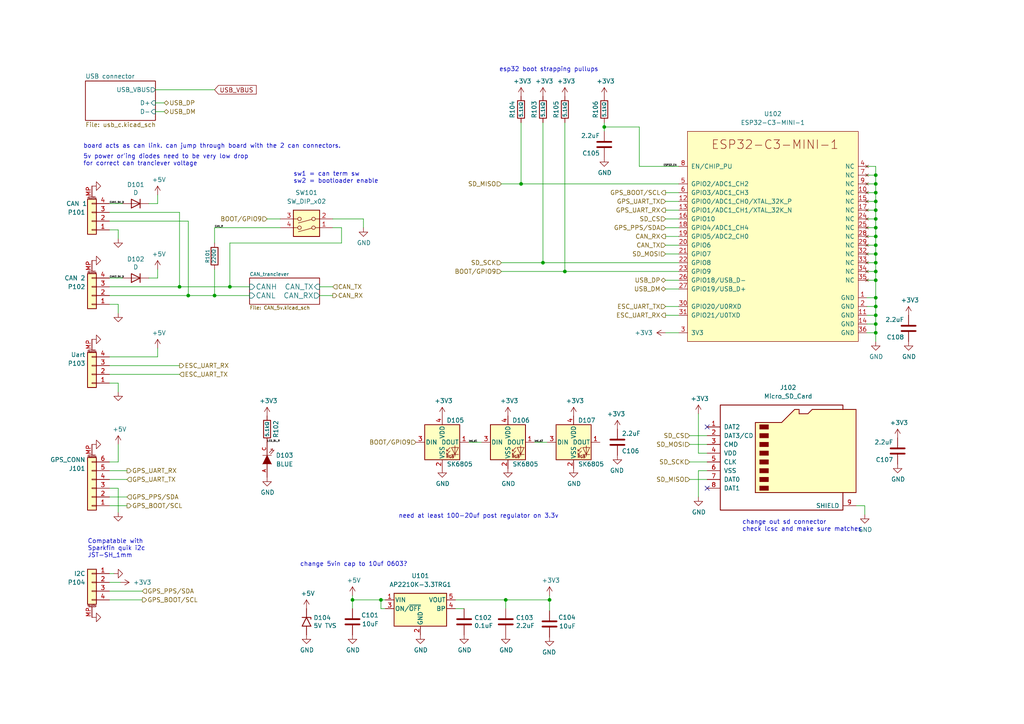
<source format=kicad_sch>
(kicad_sch (version 20230121) (generator eeschema)
  (paper "A4")
  (lib_symbols
    (symbol "24_control_board-rescue:+3.3V-power-MoxiE_Control_board-rescue" (power) (pin_names (offset 0))
      (property "Value" "+3.3V-power-MoxiE_Control_board-rescue" (at 0 3.556 0))
      (symbol "+3.3V-power-MoxiE_Control_board-rescue_0_1"
        (polyline (pts (xy -0.762 1.27) (xy 0 2.54)))
        (polyline (pts (xy 0 0) (xy 0 2.54)))
        (polyline (pts (xy 0 2.54) (xy 0.762 1.27)))
      )
      (symbol "+3.3V-power-MoxiE_Control_board-rescue_1_1"
        (pin power_in line (at 0 0 90) (length 0) hide (name "+3V3") (number "1"))
      )
    )
    (symbol "24_control_board-rescue:C-Device-MoxiE_Control_board-rescue" (pin_numbers hide) (pin_names (offset 0.254))
      (property "Reference" "C" (at 0.635 2.54 0))
      (property "Value" "C-Device-MoxiE_Control_board-rescue" (at 0.635 -2.54 0))
      (symbol "C-Device-MoxiE_Control_board-rescue_0_1"
        (polyline (pts (xy -2.032 -0.762) (xy 2.032 -0.762)) (stroke (width 0.508)))
        (polyline (pts (xy -2.032 0.762) (xy 2.032 0.762)) (stroke (width 0.508)))
      )
      (symbol "C-Device-MoxiE_Control_board-rescue_1_1"
        (pin passive line (at 0 3.81 270) (length 2.794) (name "~") (number "1"))
        (pin passive line (at 0 -3.81 90) (length 2.794) (name "~") (number "2"))
      )
    )
    (symbol "24_control_board-rescue:GND-power-MoxiE_Control_board-rescue" (power) (pin_names (offset 0))
      (property "Value" "GND-power-MoxiE_Control_board-rescue" (at 0 -3.81 0))
      (symbol "GND-power-MoxiE_Control_board-rescue_0_1"
        (polyline (pts (xy 0 0) (xy 0 -1.27) (xy 1.27 -1.27) (xy 0 -2.54) (xy -1.27 -1.27) (xy 0 -1.27)))
      )
      (symbol "GND-power-MoxiE_Control_board-rescue_1_1"
        (pin power_in line (at 0 0 270) (length 0) hide (name "GND") (number "1"))
      )
    )
    (symbol "24_control_board-rescue:R-Device-MoxiE_Control_board-rescue" (pin_numbers hide) (pin_names (offset 0))
      (property "Reference" "R" (at 2.032 0 90))
      (property "Value" "R-Device-MoxiE_Control_board-rescue" (at 0 0 90))
      (symbol "R-Device-MoxiE_Control_board-rescue_0_1"
        (rectangle (start -1.016 -2.54) (end 1.016 2.54) (stroke (width 0.254)))
      )
      (symbol "R-Device-MoxiE_Control_board-rescue_1_1"
        (pin passive line (at 0 3.81 270) (length 1.27) (name "~") (number "1"))
        (pin passive line (at 0 -3.81 90) (length 1.27) (name "~") (number "2"))
      )
    )
    (symbol "24_control_board-rescue:pkl_LED-pkl_device" (pin_names hide)
      (property "Reference" "D" (at 0 2.54 0))
      (property "Value" "pkl_LED-pkl_device" (at 0 -2.54 0))
      (symbol "pkl_LED-pkl_device_0_1"
        (polyline (pts (xy 1.27 1.27) (xy 1.27 -1.27)))
        (polyline (pts (xy -1.27 1.27) (xy 1.27 0) (xy -1.27 -1.27)) (fill (type outline)))
        (polyline (pts (xy 1.651 -1.016) (xy 2.794 -2.032) (xy 2.667 -1.397)))
        (polyline (pts (xy 2.032 -0.635) (xy 3.175 -1.651) (xy 3.048 -1.016)))
      )
      (symbol "pkl_LED-pkl_device_1_1"
        (pin passive line (at -5.08 0 0) (length 3.81) (name "A") (number "A"))
        (pin passive line (at 5.08 0 180) (length 3.81) (name "C") (number "C"))
      )
    )
    (symbol "Connector:Micro_SD_Card" (pin_names (offset 1.016))
      (property "Reference" "J" (at -16.51 15.24 0))
      (property "Value" "Micro_SD_Card" (at 16.51 15.24 0))
      (symbol "Micro_SD_Card_0_1"
        (rectangle (start -7.62 -9.525) (end -5.08 -10.795) (fill (type outline)))
        (rectangle (start -7.62 -6.985) (end -5.08 -8.255) (fill (type outline)))
        (rectangle (start -7.62 -4.445) (end -5.08 -5.715) (fill (type outline)))
        (rectangle (start -7.62 -1.905) (end -5.08 -3.175) (fill (type outline)))
        (rectangle (start -7.62 0.635) (end -5.08 -0.635) (fill (type outline)))
        (rectangle (start -7.62 3.175) (end -5.08 1.905) (fill (type outline)))
        (rectangle (start -7.62 5.715) (end -5.08 4.445) (fill (type outline)))
        (rectangle (start -7.62 8.255) (end -5.08 6.985) (fill (type outline)))
        (polyline (pts (xy 16.51 12.7) (xy 16.51 13.97) (xy -19.05 13.97) (xy -19.05 -16.51) (xy 16.51 -16.51) (xy 16.51 -11.43)) (stroke (width 0.254)))
        (polyline (pts (xy -8.89 -11.43) (xy -8.89 8.89) (xy -1.27 8.89) (xy 2.54 12.7) (xy 3.81 12.7) (xy 3.81 11.43) (xy 6.35 11.43) (xy 7.62 12.7) (xy 20.32 12.7) (xy 20.32 -11.43) (xy -8.89 -11.43)) (stroke (width 0.254)) (fill (type background)))
      )
      (symbol "Micro_SD_Card_1_1"
        (pin bidirectional line (at -22.86 7.62 0) (length 3.81) (name "DAT2") (number "1"))
        (pin bidirectional line (at -22.86 5.08 0) (length 3.81) (name "DAT3/CD") (number "2"))
        (pin input line (at -22.86 2.54 0) (length 3.81) (name "CMD") (number "3"))
        (pin power_in line (at -22.86 0 0) (length 3.81) (name "VDD") (number "4"))
        (pin input line (at -22.86 -2.54 0) (length 3.81) (name "CLK") (number "5"))
        (pin power_in line (at -22.86 -5.08 0) (length 3.81) (name "VSS") (number "6"))
        (pin bidirectional line (at -22.86 -7.62 0) (length 3.81) (name "DAT0") (number "7"))
        (pin bidirectional line (at -22.86 -10.16 0) (length 3.81) (name "DAT1") (number "8"))
        (pin passive line (at 20.32 -15.24 180) (length 3.81) (name "SHIELD") (number "9"))
      )
    )
    (symbol "Connector_Generic_MountingPin:Conn_01x04_MountingPin" (pin_names (offset 1.016) hide)
      (property "Reference" "J" (at 0 5.08 0))
      (property "Value" "Conn_01x04_MountingPin" (at 1.27 -7.62 0))
      (symbol "Conn_01x04_MountingPin_1_1"
        (rectangle (start -1.27 -4.953) (end 0 -5.207) (stroke (width 0.1524)))
        (rectangle (start -1.27 -2.413) (end 0 -2.667) (stroke (width 0.1524)))
        (rectangle (start -1.27 0.127) (end 0 -0.127) (stroke (width 0.1524)))
        (rectangle (start -1.27 2.667) (end 0 2.413) (stroke (width 0.1524)))
        (rectangle (start -1.27 3.81) (end 1.27 -6.35) (stroke (width 0.254)) (fill (type background)))
        (polyline (pts (xy -1.016 -7.112) (xy 1.016 -7.112)) (stroke (width 0.1524)))
        (text "Mounting" (at 0 -6.731 0) (effects (font (size 0.381 0.381))))
        (pin passive line (at -5.08 2.54 0) (length 3.81) (name "Pin_1") (number "1"))
        (pin passive line (at -5.08 0 0) (length 3.81) (name "Pin_2") (number "2"))
        (pin passive line (at -5.08 -2.54 0) (length 3.81) (name "Pin_3") (number "3"))
        (pin passive line (at -5.08 -5.08 0) (length 3.81) (name "Pin_4") (number "4"))
        (pin passive line (at 0 -10.16 90) (length 3.048) (name "MountPin") (number "MP"))
      )
    )
    (symbol "Connector_Generic_MountingPin:Conn_01x06_MountingPin" (pin_names (offset 1.016) hide)
      (property "Reference" "J" (at 0 7.62 0))
      (property "Value" "Conn_01x06_MountingPin" (at 1.27 -10.16 0))
      (symbol "Conn_01x06_MountingPin_1_1"
        (rectangle (start -1.27 -7.493) (end 0 -7.747) (stroke (width 0.1524)))
        (rectangle (start -1.27 -4.953) (end 0 -5.207) (stroke (width 0.1524)))
        (rectangle (start -1.27 -2.413) (end 0 -2.667) (stroke (width 0.1524)))
        (rectangle (start -1.27 0.127) (end 0 -0.127) (stroke (width 0.1524)))
        (rectangle (start -1.27 2.667) (end 0 2.413) (stroke (width 0.1524)))
        (rectangle (start -1.27 5.207) (end 0 4.953) (stroke (width 0.1524)))
        (rectangle (start -1.27 6.35) (end 1.27 -8.89) (stroke (width 0.254)) (fill (type background)))
        (polyline (pts (xy -1.016 -9.652) (xy 1.016 -9.652)) (stroke (width 0.1524)))
        (text "Mounting" (at 0 -9.271 0) (effects (font (size 0.381 0.381))))
        (pin passive line (at -5.08 5.08 0) (length 3.81) (name "Pin_1") (number "1"))
        (pin passive line (at -5.08 2.54 0) (length 3.81) (name "Pin_2") (number "2"))
        (pin passive line (at -5.08 0 0) (length 3.81) (name "Pin_3") (number "3"))
        (pin passive line (at -5.08 -2.54 0) (length 3.81) (name "Pin_4") (number "4"))
        (pin passive line (at -5.08 -5.08 0) (length 3.81) (name "Pin_5") (number "5"))
        (pin passive line (at -5.08 -7.62 0) (length 3.81) (name "Pin_6") (number "6"))
        (pin passive line (at 0 -12.7 90) (length 3.048) (name "MountPin") (number "MP"))
      )
    )
    (symbol "Device:C" (pin_numbers hide) (pin_names (offset 0.254))
      (property "Reference" "C" (at 0.635 2.54 0))
      (property "Value" "C" (at 0.635 -2.54 0))
      (symbol "C_0_1"
        (polyline (pts (xy -2.032 -0.762) (xy 2.032 -0.762)) (stroke (width 0.508)))
        (polyline (pts (xy -2.032 0.762) (xy 2.032 0.762)) (stroke (width 0.508)))
      )
      (symbol "C_1_1"
        (pin passive line (at 0 3.81 270) (length 2.794) (name "~") (number "1"))
        (pin passive line (at 0 -3.81 90) (length 2.794) (name "~") (number "2"))
      )
    )
    (symbol "Device:D" (pin_numbers hide) (pin_names hide)
      (property "Reference" "D" (at 0 2.54 0))
      (property "Value" "D" (at 0 -2.54 0))
      (symbol "D_0_1"
        (polyline (pts (xy -1.27 1.27) (xy -1.27 -1.27)) (stroke (width 0.254)))
        (polyline (pts (xy 1.27 0) (xy -1.27 0)))
        (polyline (pts (xy 1.27 1.27) (xy 1.27 -1.27) (xy -1.27 0) (xy 1.27 1.27)) (stroke (width 0.254)))
      )
      (symbol "D_1_1"
        (pin passive line (at -3.81 0 0) (length 2.54) (name "K") (number "1"))
        (pin passive line (at 3.81 0 180) (length 2.54) (name "A") (number "2"))
      )
    )
    (symbol "Diode:1.5KExxA" (pin_numbers hide) (pin_names hide)
      (property "Reference" "D" (at 0 2.54 0))
      (property "Value" "1.5KExxA" (at 0 -2.54 0))
      (symbol "1.5KExxA_0_1"
        (polyline (pts (xy -0.762 1.27) (xy -1.27 1.27) (xy -1.27 -1.27)) (stroke (width 0.254)))
        (polyline (pts (xy 1.27 1.27) (xy 1.27 -1.27) (xy -1.27 0) (xy 1.27 1.27)) (stroke (width 0.254)))
      )
      (symbol "1.5KExxA_1_1"
        (pin passive line (at -3.81 0 0) (length 2.54) (name "A1") (number "1"))
        (pin passive line (at 3.81 0 180) (length 2.54) (name "A2") (number "2"))
      )
    )
    (symbol "Espressif:ESP32-C3-MINI-1" (pin_names (offset 1.016))
      (property "Reference" "U" (at 0 33.02 0))
      (property "Value" "ESP32-C3-MINI-1" (at 0 -30.48 0))
      (symbol "ESP32-C3-MINI-1_0_0"
        (text "ESP32-C3-MINI-1" (at 1.27 27.94 0) (effects (font (size 2.54 2.54))))
      )
      (symbol "ESP32-C3-MINI-1_0_1"
        (rectangle (start -24.13 31.75) (end 25.4 -29.21) (fill (type background)))
      )
      (symbol "ESP32-C3-MINI-1_1_1"
        (pin power_in line (at 27.94 -16.51 180) (length 2.54) (name "GND") (number "1"))
        (pin no_connect line (at 27.94 13.97 180) (length 2.54) (name "NC") (number "10"))
        (pin power_in line (at 27.94 -21.59 180) (length 2.54) (name "GND") (number "11"))
        (pin bidirectional line (at -26.67 11.43 0) (length 2.54) (name "GPIO0/ADC1_CH0/XTAL_32K_P") (number "12"))
        (pin bidirectional line (at -26.67 8.89 0) (length 2.54) (name "GPIO1/ADC1_CH1/XTAL_32K_N") (number "13"))
        (pin power_in line (at 27.94 -24.13 180) (length 2.54) (name "GND") (number "14"))
        (pin no_connect line (at 27.94 11.43 180) (length 2.54) (name "NC") (number "15"))
        (pin bidirectional line (at -26.67 6.35 0) (length 2.54) (name "GPIO10") (number "16"))
        (pin no_connect line (at 27.94 8.89 180) (length 2.54) (name "NC") (number "17"))
        (pin bidirectional line (at -26.67 3.81 0) (length 2.54) (name "GPIO4/ADC1_CH4") (number "18"))
        (pin bidirectional line (at -26.67 1.27 0) (length 2.54) (name "GPIO5/ADC2_CH0") (number "19"))
        (pin power_in line (at 27.94 -19.05 180) (length 2.54) (name "GND") (number "2"))
        (pin bidirectional line (at -26.67 -1.27 0) (length 2.54) (name "GPIO6") (number "20"))
        (pin bidirectional line (at -26.67 -3.81 0) (length 2.54) (name "GPIO7") (number "21"))
        (pin bidirectional line (at -26.67 -6.35 0) (length 2.54) (name "GPIO8") (number "22"))
        (pin bidirectional line (at -26.67 -8.89 0) (length 2.54) (name "GPIO9") (number "23"))
        (pin no_connect line (at 27.94 6.35 180) (length 2.54) (name "NC") (number "24"))
        (pin no_connect line (at 27.94 3.81 180) (length 2.54) (name "NC") (number "25"))
        (pin bidirectional line (at -26.67 -11.43 0) (length 2.54) (name "GPIO18/USB_D-") (number "26"))
        (pin bidirectional line (at -26.67 -13.97 0) (length 2.54) (name "GPIO19/USB_D+") (number "27"))
        (pin no_connect line (at 27.94 1.27 180) (length 2.54) (name "NC") (number "28"))
        (pin no_connect line (at 27.94 -1.27 180) (length 2.54) (name "NC") (number "29"))
        (pin power_in line (at -26.67 -26.67 0) (length 2.54) (name "3V3") (number "3"))
        (pin bidirectional line (at -26.67 -19.05 0) (length 2.54) (name "GPIO20/U0RXD") (number "30"))
        (pin bidirectional line (at -26.67 -21.59 0) (length 2.54) (name "GPIO21/U0TXD") (number "31"))
        (pin no_connect line (at 27.94 -3.81 180) (length 2.54) (name "NC") (number "32"))
        (pin no_connect line (at 27.94 -6.35 180) (length 2.54) (name "NC") (number "33"))
        (pin no_connect line (at 27.94 -8.89 180) (length 2.54) (name "NC") (number "34"))
        (pin no_connect line (at 27.94 -11.43 180) (length 2.54) (name "NC") (number "35"))
        (pin power_in line (at 27.94 -26.67 180) (length 2.54) (name "GND") (number "36"))
        (pin no_connect line (at 27.94 21.59 180) (length 2.54) (name "NC") (number "4"))
        (pin bidirectional line (at -26.67 16.51 0) (length 2.54) (name "GPIO2/ADC1_CH2") (number "5"))
        (pin bidirectional line (at -26.67 13.97 0) (length 2.54) (name "GPIO3/ADC1_CH3") (number "6"))
        (pin no_connect line (at 27.94 19.05 180) (length 2.54) (name "NC") (number "7"))
        (pin input line (at -26.67 21.59 0) (length 2.54) (name "EN/CHIP_PU") (number "8"))
        (pin no_connect line (at 27.94 16.51 180) (length 2.54) (name "NC") (number "9"))
      )
    )
    (symbol "LED:SK6805" (pin_names (offset 0.254))
      (property "Reference" "D" (at 5.08 5.715 0))
      (property "Value" "SK6805" (at 1.27 -5.715 0))
      (symbol "SK6805_0_0"
        (text "RGB" (at 2.286 -4.191 0) (effects (font (size 0.762 0.762))))
      )
      (symbol "SK6805_0_1"
        (polyline (pts (xy 1.27 -3.556) (xy 1.778 -3.556)))
        (polyline (pts (xy 1.27 -2.54) (xy 1.778 -2.54)))
        (polyline (pts (xy 4.699 -3.556) (xy 2.667 -3.556)))
        (polyline (pts (xy 2.286 -2.54) (xy 1.27 -3.556) (xy 1.27 -3.048)))
        (polyline (pts (xy 2.286 -1.524) (xy 1.27 -2.54) (xy 1.27 -2.032)))
        (polyline (pts (xy 3.683 -1.016) (xy 3.683 -3.556) (xy 3.683 -4.064)))
        (polyline (pts (xy 4.699 -1.524) (xy 2.667 -1.524) (xy 3.683 -3.556) (xy 4.699 -1.524)))
        (rectangle (start 5.08 5.08) (end -5.08 -5.08) (stroke (width 0.254)) (fill (type background)))
      )
      (symbol "SK6805_1_1"
        (pin output line (at 7.62 0 180) (length 2.54) (name "DOUT") (number "1"))
        (pin power_in line (at 0 -7.62 90) (length 2.54) (name "VSS") (number "2"))
        (pin input line (at -7.62 0 0) (length 2.54) (name "DIN") (number "3"))
        (pin power_in line (at 0 7.62 270) (length 2.54) (name "VDD") (number "4"))
      )
    )
    (symbol "Regulator_Linear:TC2014-3.3VxCTTR" (pin_names (offset 0.254))
      (property "Reference" "U" (at -6.35 5.715 0))
      (property "Value" "TC2014-3.3VxCTTR" (at 0 5.715 0))
      (symbol "TC2014-3.3VxCTTR_0_1"
        (rectangle (start -7.62 -5.08) (end 7.62 4.445) (stroke (width 0.254)) (fill (type background)))
      )
      (symbol "TC2014-3.3VxCTTR_1_1"
        (pin power_in line (at -10.16 2.54 0) (length 2.54) (name "VIN") (number "1"))
        (pin power_in line (at 0 -7.62 90) (length 2.54) (name "GND") (number "2"))
        (pin input line (at -10.16 0 0) (length 2.54) (name "ON/~{OFF}") (number "3"))
        (pin input line (at 10.16 0 180) (length 2.54) (name "BP") (number "4"))
        (pin power_out line (at 10.16 2.54 180) (length 2.54) (name "VOUT") (number "5"))
      )
    )
    (symbol "Switch:SW_DIP_x02" (pin_names (offset 0) hide)
      (property "Reference" "SW" (at 0 6.35 0))
      (property "Value" "SW_DIP_x02" (at 0 -3.81 0))
      (symbol "SW_DIP_x02_0_0"
        (circle (center -2.032 0) (radius 0.508))
        (circle (center -2.032 2.54) (radius 0.508))
        (polyline (pts (xy -1.524 0.127) (xy 2.3622 1.1684)))
        (polyline (pts (xy -1.524 2.667) (xy 2.3622 3.7084)))
        (circle (center 2.032 0) (radius 0.508))
        (circle (center 2.032 2.54) (radius 0.508))
      )
      (symbol "SW_DIP_x02_0_1"
        (rectangle (start -3.81 5.08) (end 3.81 -2.54) (stroke (width 0.254)) (fill (type background)))
      )
      (symbol "SW_DIP_x02_1_1"
        (pin passive line (at -7.62 2.54 0) (length 5.08) (name "~") (number "1"))
        (pin passive line (at -7.62 0 0) (length 5.08) (name "~") (number "2"))
        (pin passive line (at 7.62 0 180) (length 5.08) (name "~") (number "3"))
        (pin passive line (at 7.62 2.54 180) (length 5.08) (name "~") (number "4"))
      )
    )
    (symbol "power:+5V" (power) (pin_names (offset 0))
      (property "Value" "+5V" (at 0 3.556 0))
      (symbol "+5V_0_1"
        (polyline (pts (xy -0.762 1.27) (xy 0 2.54)))
        (polyline (pts (xy 0 0) (xy 0 2.54)))
        (polyline (pts (xy 0 2.54) (xy 0.762 1.27)))
      )
      (symbol "+5V_1_1"
        (pin power_in line (at 0 0 90) (length 0) hide (name "+5V") (number "1"))
      )
    )
  )
  (junction (at 254 60.96))
  (junction (at 102.235 173.99))
  (junction (at 151.13 53.34))
  (junction (at 254 73.66))
  (junction (at 157.48 76.2))
  (junction (at 254 88.9))
  (junction (at 66.675 83.185))
  (junction (at 254 53.34))
  (junction (at 254 76.2))
  (junction (at 254 55.88))
  (junction (at 254 63.5))
  (junction (at 254 91.44))
  (junction (at 254 96.52))
  (junction (at 159.385 173.99))
  (junction (at 254 68.58))
  (junction (at 254 78.74))
  (junction (at 254 86.36))
  (junction (at 254 66.04))
  (junction (at 254 71.12))
  (junction (at 175.26 36.83))
  (junction (at 54.61 85.725))
  (junction (at 254 93.98))
  (junction (at 254 58.42))
  (junction (at 146.685 173.99))
  (junction (at 110.49 173.99))
  (junction (at 163.83 78.74))
  (junction (at 62.23 85.725))
  (junction (at 52.07 83.185))
  (junction (at 254 50.8))
  (junction (at 254 81.28))
  (no_connect (at 205.105 141.605))
  (no_connect (at 205.105 123.825))
  (wire (pts (xy 34.29 111.125) (xy 34.29 113.665)))
  (wire (pts (xy 54.61 64.135) (xy 54.61 85.725)))
  (wire (pts (xy 34.29 66.675) (xy 34.29 69.215)))
  (wire (pts (xy 251.46 81.28) (xy 254 81.28)))
  (wire (pts (xy 196.85 60.96) (xy 193.04 60.96)))
  (wire (pts (xy 250.825 146.685) (xy 248.285 146.685)))
  (wire (pts (xy 250.825 149.225) (xy 250.825 146.685)))
  (wire (pts (xy 31.75 173.99) (xy 41.275 173.99)))
  (wire (pts (xy 31.75 88.265) (xy 34.29 88.265)))
  (wire (pts (xy 254 53.34) (xy 254 50.8)))
  (wire (pts (xy 146.685 173.99) (xy 159.385 173.99)))
  (wire (pts (xy 254 71.12) (xy 254 68.58)))
  (wire (pts (xy 193.04 83.82) (xy 196.85 83.82)))
  (wire (pts (xy 254 58.42) (xy 251.46 58.42)))
  (wire (pts (xy 34.29 128.905) (xy 34.29 133.985)))
  (wire (pts (xy 31.75 59.055) (xy 35.56 59.055)))
  (wire (pts (xy 254 66.04) (xy 254 63.5)))
  (wire (pts (xy 34.29 88.265) (xy 34.29 90.805)))
  (wire (pts (xy 159.385 172.72) (xy 159.385 173.99)))
  (wire (pts (xy 157.48 35.56) (xy 157.48 76.2)))
  (wire (pts (xy 200.025 139.065) (xy 205.105 139.065)))
  (wire (pts (xy 196.85 55.88) (xy 193.04 55.88)))
  (wire (pts (xy 31.75 108.585) (xy 52.07 108.585)))
  (wire (pts (xy 254 81.28) (xy 254 86.36)))
  (wire (pts (xy 31.75 64.135) (xy 54.61 64.135)))
  (wire (pts (xy 196.85 66.04) (xy 193.04 66.04)))
  (wire (pts (xy 31.75 136.525) (xy 36.83 136.525)))
  (wire (pts (xy 196.85 48.26) (xy 185.42 48.26)))
  (wire (pts (xy 52.07 83.185) (xy 66.675 83.185)))
  (wire (pts (xy 31.75 139.065) (xy 36.83 139.065)))
  (wire (pts (xy 110.49 173.99) (xy 111.76 173.99)))
  (wire (pts (xy 193.04 63.5) (xy 196.85 63.5)))
  (wire (pts (xy 77.47 63.5) (xy 81.28 63.5)))
  (wire (pts (xy 254 50.8) (xy 254 48.26)))
  (wire (pts (xy 102.235 172.72) (xy 102.235 173.99)))
  (wire (pts (xy 151.13 35.56) (xy 151.13 53.34)))
  (wire (pts (xy 96.52 63.5) (xy 105.41 63.5)))
  (wire (pts (xy 185.42 36.83) (xy 175.26 36.83)))
  (wire (pts (xy 193.04 71.12) (xy 196.85 71.12)))
  (wire (pts (xy 31.75 83.185) (xy 52.07 83.185)))
  (wire (pts (xy 132.08 173.99) (xy 146.685 173.99)))
  (wire (pts (xy 254 96.52) (xy 254 93.98)))
  (wire (pts (xy 205.105 136.525) (xy 202.565 136.525)))
  (wire (pts (xy 202.565 131.445) (xy 205.105 131.445)))
  (wire (pts (xy 254 78.74) (xy 254 76.2)))
  (wire (pts (xy 254 58.42) (xy 254 55.88)))
  (wire (pts (xy 146.685 176.53) (xy 146.685 173.99)))
  (wire (pts (xy 145.415 78.74) (xy 163.83 78.74)))
  (wire (pts (xy 31.75 66.675) (xy 34.29 66.675)))
  (wire (pts (xy 175.26 36.83) (xy 175.26 38.1)))
  (wire (pts (xy 45.72 103.505) (xy 45.72 100.965)))
  (wire (pts (xy 33.02 166.37) (xy 31.75 166.37)))
  (wire (pts (xy 254 91.44) (xy 254 88.9)))
  (wire (pts (xy 62.23 85.725) (xy 72.39 85.725)))
  (wire (pts (xy 62.23 78.105) (xy 62.23 85.725)))
  (wire (pts (xy 254 60.96) (xy 254 58.42)))
  (wire (pts (xy 43.18 59.055) (xy 45.72 59.055)))
  (wire (pts (xy 251.46 91.44) (xy 254 91.44)))
  (wire (pts (xy 31.75 103.505) (xy 45.72 103.505)))
  (wire (pts (xy 254 76.2) (xy 254 73.66)))
  (wire (pts (xy 251.46 60.96) (xy 254 60.96)))
  (wire (pts (xy 254 86.36) (xy 251.46 86.36)))
  (wire (pts (xy 31.75 171.45) (xy 41.275 171.45)))
  (wire (pts (xy 193.04 81.28) (xy 196.85 81.28)))
  (wire (pts (xy 54.61 85.725) (xy 62.23 85.725)))
  (wire (pts (xy 45.72 59.055) (xy 45.72 56.515)))
  (wire (pts (xy 92.71 85.725) (xy 96.52 85.725)))
  (wire (pts (xy 110.49 176.53) (xy 110.49 173.99)))
  (wire (pts (xy 66.675 70.485) (xy 66.675 83.185)))
  (wire (pts (xy 254 71.12) (xy 251.46 71.12)))
  (wire (pts (xy 31.75 141.605) (xy 34.29 141.605)))
  (wire (pts (xy 145.415 76.2) (xy 157.48 76.2)))
  (wire (pts (xy 254 73.66) (xy 254 71.12)))
  (wire (pts (xy 145.415 53.34) (xy 151.13 53.34)))
  (wire (pts (xy 154.94 128.27) (xy 158.75 128.27)))
  (wire (pts (xy 254 88.9) (xy 254 86.36)))
  (wire (pts (xy 34.29 141.605) (xy 34.29 148.59)))
  (wire (pts (xy 254 55.88) (xy 254 53.34)))
  (wire (pts (xy 62.23 66.04) (xy 81.28 66.04)))
  (wire (pts (xy 251.46 73.66) (xy 254 73.66)))
  (wire (pts (xy 31.75 61.595) (xy 52.07 61.595)))
  (wire (pts (xy 31.75 85.725) (xy 54.61 85.725)))
  (wire (pts (xy 251.46 88.9) (xy 254 88.9)))
  (wire (pts (xy 31.75 146.685) (xy 36.83 146.685)))
  (wire (pts (xy 111.76 176.53) (xy 110.49 176.53)))
  (wire (pts (xy 193.04 73.66) (xy 196.85 73.66)))
  (wire (pts (xy 251.46 68.58) (xy 254 68.58)))
  (wire (pts (xy 31.75 106.045) (xy 52.07 106.045)))
  (wire (pts (xy 193.04 68.58) (xy 196.85 68.58)))
  (wire (pts (xy 151.13 53.34) (xy 196.85 53.34)))
  (wire (pts (xy 102.235 176.53) (xy 102.235 173.99)))
  (wire (pts (xy 200.025 126.365) (xy 205.105 126.365)))
  (wire (pts (xy 254 99.06) (xy 254 96.52)))
  (wire (pts (xy 200.025 128.905) (xy 205.105 128.905)))
  (wire (pts (xy 254 93.98) (xy 254 91.44)))
  (wire (pts (xy 31.75 80.645) (xy 35.56 80.645)))
  (wire (pts (xy 251.46 53.34) (xy 254 53.34)))
  (wire (pts (xy 66.675 83.185) (xy 72.39 83.185)))
  (wire (pts (xy 175.26 36.83) (xy 175.26 35.56)))
  (wire (pts (xy 45.72 80.645) (xy 45.72 78.105)))
  (wire (pts (xy 163.83 35.56) (xy 163.83 78.74)))
  (wire (pts (xy 251.46 96.52) (xy 254 96.52)))
  (wire (pts (xy 159.385 173.99) (xy 159.385 177.165)))
  (wire (pts (xy 251.46 78.74) (xy 254 78.74)))
  (wire (pts (xy 45.085 26.035) (xy 62.23 26.035)))
  (wire (pts (xy 196.85 58.42) (xy 193.04 58.42)))
  (wire (pts (xy 254 68.58) (xy 254 66.04)))
  (wire (pts (xy 99.06 66.04) (xy 96.52 66.04)))
  (wire (pts (xy 202.565 136.525) (xy 202.565 144.145)))
  (wire (pts (xy 31.75 111.125) (xy 34.29 111.125)))
  (wire (pts (xy 251.46 76.2) (xy 254 76.2)))
  (wire (pts (xy 193.04 91.44) (xy 196.85 91.44)))
  (wire (pts (xy 200.025 133.985) (xy 205.105 133.985)))
  (wire (pts (xy 135.89 128.27) (xy 139.7 128.27)))
  (wire (pts (xy 251.46 55.88) (xy 254 55.88)))
  (wire (pts (xy 185.42 48.26) (xy 185.42 36.83)))
  (wire (pts (xy 251.46 66.04) (xy 254 66.04)))
  (wire (pts (xy 193.04 96.52) (xy 196.85 96.52)))
  (wire (pts (xy 251.46 48.26) (xy 254 48.26)))
  (wire (pts (xy 163.83 78.74) (xy 196.85 78.74)))
  (wire (pts (xy 251.46 50.8) (xy 254 50.8)))
  (wire (pts (xy 254 63.5) (xy 254 60.96)))
  (wire (pts (xy 102.235 173.99) (xy 110.49 173.99)))
  (wire (pts (xy 43.18 80.645) (xy 45.72 80.645)))
  (wire (pts (xy 254 81.28) (xy 254 78.74)))
  (wire (pts (xy 52.07 61.595) (xy 52.07 83.185)))
  (wire (pts (xy 96.52 83.185) (xy 92.71 83.185)))
  (wire (pts (xy 99.06 70.485) (xy 99.06 66.04)))
  (wire (pts (xy 34.925 168.91) (xy 31.75 168.91)))
  (wire (pts (xy 45.085 32.385) (xy 47.625 32.385)))
  (wire (pts (xy 66.675 70.485) (xy 99.06 70.485)))
  (wire (pts (xy 251.46 63.5) (xy 254 63.5)))
  (wire (pts (xy 132.08 176.53) (xy 134.62 176.53)))
  (wire (pts (xy 105.41 63.5) (xy 105.41 66.04)))
  (wire (pts (xy 202.565 131.445) (xy 202.565 120.015)))
  (wire (pts (xy 251.46 93.98) (xy 254 93.98)))
  (wire (pts (xy 31.75 133.985) (xy 34.29 133.985)))
  (wire (pts (xy 45.085 29.845) (xy 47.625 29.845)))
  (wire (pts (xy 31.75 144.145) (xy 36.83 144.145)))
  (wire (pts (xy 157.48 76.2) (xy 196.85 76.2)))
  (wire (pts (xy 62.23 66.04) (xy 62.23 70.485)))
  (wire (pts (xy 196.85 88.9) (xy 193.04 88.9)))
  (text "Compatable with \nSparkfin quik i2c\nJST-SH_1mm" (at 25.4 161.925 0) (effects (font (size 1.27 1.27)) (justify left bottom)))
  (text "5v power or'ing diodes need to be very low drop \nfor correct can tranciever voltage" (at 24.13 48.26 0) (effects (font (size 1.27 1.27)) (justify left bottom)))
  (text "change 5vin cap to 10uf 0603?" (at 86.995 164.465 0) (effects (font (size 1.27 1.27)) (justify left bottom)))
  (text "need at least 100-20uf post regulator on 3.3v" (at 115.57 150.495 0) (effects (font (size 1.27 1.27)) (justify left bottom)))
  (text "todo yet:\n- fix sdcard footprint\n- fix kicad libraries\n- move to smaller voltage regulator\n- check 3.3v capacitance" (at 304.8 45.72 0) (effects (font (size 3 3)) (justify left bottom)))
  (text "change out sd connector\ncheck lcsc and make sure matches" (at 215.265 154.305 0) (effects (font (size 1.27 1.27)) (justify left bottom)))
  (text "board acts as can link. can jump through board with the 2 can connectors." (at 24.13 43.18 0) (effects (font (size 1.27 1.27)) (justify left bottom)))
  (text "sw1 = can term sw\nsw2 = bootloader enable" (at 85.09 53.34 0) (effects (font (size 1.27 1.27)) (justify left bottom)))
  (text "esp32 boot strapping pullups" (at 144.78 20.955 0) (effects (font (size 1.27 1.27)) (justify left bottom)))
  (label "led_d2" (at 154.94 128.27 0) (effects (font (size 0.5 0.5))))
  (label "CAN1_5V_D" (at 31.75 59.055 0) (effects (font (size 0.5 0.5))))
  (label "led_d1" (at 135.89 128.27 0) (effects (font (size 0.5 0.5))))
  (label "CAN2_5V_D" (at 31.75 80.645 0) (effects (font (size 0.5 0.5))))
  (label "LED_BL_R" (at 77.47 128.27 0) (effects (font (size 0.508 0.508))))
  (label "ESP32_EN" (at 192.405 48.26 0) (effects (font (size 0.5 0.5))))
  (label "CAN_R" (at 62.23 66.04 0) (effects (font (size 0.5 0.5))))
  (global_label "USB_VBUS" (shape input) (at 62.23 26.035 0) (property "Intersheetrefs" "${INTERSHEET_REFS}" (effects hide)))
  (hierarchical_label "SD_SCK" (shape input) (at 200.025 133.985 180))
  (hierarchical_label "SD_CS" (shape input) (at 200.025 126.365 180))
  (hierarchical_label "SD_MOSI" (shape input) (at 193.04 73.66 180))
  (hierarchical_label "CAN_TX" (shape input) (at 193.04 71.12 180))
  (hierarchical_label "GPS_PPS{slash}SDA" (shape input) (at 193.04 66.04 180))
  (hierarchical_label "BOOT{slash}GPIO9" (shape input) (at 77.47 63.5 180))
  (hierarchical_label "ESC_UART_TX" (shape input) (at 193.04 88.9 180))
  (hierarchical_label "GPS_UART_RX" (shape output) (at 193.04 60.96 180))
  (hierarchical_label "GPS_UART_TX" (shape input) (at 193.04 58.42 180))
  (hierarchical_label "SD_MOSI" (shape input) (at 200.025 128.905 180))
  (hierarchical_label "ESC_UART_RX" (shape output) (at 52.07 106.045 0))
  (hierarchical_label "USB_DP" (shape bidirectional) (at 193.04 81.28 180))
  (hierarchical_label "ESC_UART_TX" (shape input) (at 52.07 108.585 0))
  (hierarchical_label "GPS_BOOT{slash}SCL" (shape output) (at 41.275 173.99 0))
  (hierarchical_label "GPS_UART_TX" (shape input) (at 36.83 139.065 0))
  (hierarchical_label "GPS_BOOT{slash}SCL" (shape output) (at 36.83 146.685 0))
  (hierarchical_label "SD_CS" (shape input) (at 193.04 63.5 180))
  (hierarchical_label "CAN_RX" (shape output) (at 193.04 68.58 180))
  (hierarchical_label "SD_SCK" (shape input) (at 145.415 76.2 180))
  (hierarchical_label "GPS_PPS{slash}SDA" (shape input) (at 41.275 171.45 0))
  (hierarchical_label "GPS_BOOT{slash}SCL" (shape output) (at 193.04 55.88 180))
  (hierarchical_label "USB_DP" (shape bidirectional) (at 47.625 29.845 0))
  (hierarchical_label "BOOT{slash}GPIO9" (shape input) (at 120.65 128.27 180))
  (hierarchical_label "BOOT{slash}GPIO9" (shape input) (at 145.415 78.74 180))
  (hierarchical_label "CAN_RX" (shape output) (at 96.52 85.725 0))
  (hierarchical_label "GPS_UART_RX" (shape output) (at 36.83 136.525 0))
  (hierarchical_label "SD_MISO" (shape input) (at 145.415 53.34 180))
  (hierarchical_label "ESC_UART_RX" (shape output) (at 193.04 91.44 180))
  (hierarchical_label "SD_MISO" (shape input) (at 200.025 139.065 180))
  (hierarchical_label "USB_DM" (shape bidirectional) (at 47.625 32.385 0))
  (hierarchical_label "CAN_TX" (shape input) (at 96.52 83.185 0))
  (hierarchical_label "GPS_PPS{slash}SDA" (shape input) (at 36.83 144.145 0))
  (hierarchical_label "USB_DM" (shape bidirectional) (at 193.04 83.82 180))
  (symbol (lib_id "24_control_board-rescue:GND-power-MoxiE_Control_board-rescue") (at 175.26 45.72 0) (unit 1)
    (property "Reference" "#PWR0133" (effects hide))
    (property "Value" "GND" (at 175.387 50.1142 0))
  )
  (symbol (lib_id "Connector_Generic_MountingPin:Conn_01x06_MountingPin") (at 26.67 141.605 180) (unit 1)
    (property "Reference" "J101" (at 24.765 135.89 0) (effects (justify left)))
    (property "Value" "GPS_CONN" (at 24.765 133.35 0) (effects (justify left)))
    (property "Footprint" "Connector_JST:JST_GH_BM06B-GHS-TBT_1x06-1MP_P1.25mm_Vertical" (effects hide))
  )
  (symbol (lib_id "24_control_board-rescue:GND-power-MoxiE_Control_board-rescue") (at 33.02 166.37 90) (unit 1)
    (property "Reference" "#PWR0101" (effects hide))
    (property "Value" "GND" (effects hide))
  )
  (symbol (lib_id "24_control_board-rescue:GND-power-MoxiE_Control_board-rescue") (at 121.92 184.15 0) (unit 1)
    (property "Reference" "#PWR0118" (effects hide))
    (property "Value" "GND" (at 122.047 188.5442 0))
  )
  (symbol (lib_id "Espressif:ESP32-C3-MINI-1") (at 223.52 69.85 0) (unit 1)
    (property "Reference" "U102" (at 224.155 33.02 0))
    (property "Value" "ESP32-C3-MINI-1" (at 224.155 35.56 0))
    (property "Footprint" "Espressif:ESP32-C3-MINI-1" (effects hide))
    (property "Datasheet" "https://www.espressif.com/sites/default/files/documentation/esp32-c3-mini-1_datasheet_en.pdf" (effects hide))
  )
  (symbol (lib_id "24_control_board-rescue:+3.3V-power-MoxiE_Control_board-rescue") (at 166.37 120.65 0) (unit 1)
    (property "Reference" "#PWR0130" (effects hide))
    (property "Value" "+3.3V" (at 166.751 116.2558 0))
  )
  (symbol (lib_id "Regulator_Linear:TC2014-3.3VxCTTR") (at 121.92 176.53 0) (unit 1)
    (property "Reference" "U101" (at 121.92 167.005 0))
    (property "Value" "AP2210K-3.3TRG1" (at 121.92 169.545 0))
    (property "Footprint" "Package_TO_SOT_SMD:SOT-23-5" (effects hide))
    (property "Datasheet" "https://datasheet.lcsc.com/lcsc/1807281451_Diodes-Incorporated-AP2210K-3-3TRG1_C176959.pdf" (effects hide))
    (property "LCSC" " C176959" (effects hide))
  )
  (symbol (lib_id "Device:C") (at 179.07 128.27 0) (mirror x) (unit 1)
    (property "Reference" "C106" (at 180.34 130.81 0) (effects (justify left)))
    (property "Value" "2.2uF" (at 180.34 125.73 0) (effects (justify left)))
    (property "Footprint" "pkl_dipol:C_0402" (effects hide))
  )
  (symbol (lib_id "24_control_board-rescue:+3.3V-power-MoxiE_Control_board-rescue") (at 179.07 124.46 0) (mirror y) (unit 1)
    (property "Reference" "#PWR0134" (effects hide))
    (property "Value" "+3.3V" (at 178.689 120.0658 0))
  )
  (symbol (lib_id "Connector_Generic_MountingPin:Conn_01x04_MountingPin") (at 26.67 108.585 180) (unit 1)
    (property "Reference" "P103" (at 22.225 105.41 0))
    (property "Value" "Uart" (at 24.765 102.87 0) (effects (justify left)))
    (property "Footprint" "Connector_JST:JST_GH_BM04B-GHS-TBT_1x04-1MP_P1.25mm_Vertical" (effects hide))
  )
  (symbol (lib_id "power:+5V") (at 45.72 56.515 0) (unit 1)
    (property "Reference" "#PWR0108" (effects hide))
    (property "Value" "+5V" (at 46.101 52.1208 0))
  )
  (symbol (lib_id "24_control_board-rescue:+3.3V-power-MoxiE_Control_board-rescue") (at 175.26 27.94 0) (unit 1)
    (property "Reference" "#PWR0132" (effects hide))
    (property "Value" "+3.3V" (at 175.641 23.5458 0))
  )
  (symbol (lib_id "24_control_board-rescue:GND-power-MoxiE_Control_board-rescue") (at 147.32 135.89 0) (unit 1)
    (property "Reference" "#PWR0124" (effects hide))
    (property "Value" "GND" (at 147.447 140.2842 0))
  )
  (symbol (lib_id "24_control_board-rescue:+3.3V-power-MoxiE_Control_board-rescue") (at 147.32 120.65 0) (unit 1)
    (property "Reference" "#PWR0123" (effects hide))
    (property "Value" "+3.3V" (at 147.701 116.2558 0))
  )
  (symbol (lib_id "24_control_board-rescue:GND-power-MoxiE_Control_board-rescue") (at 26.67 128.905 90) (unit 1)
    (property "Reference" "#PWR04" (effects hide))
    (property "Value" "GND" (effects hide))
  )
  (symbol (lib_id "24_control_board-rescue:pkl_LED-pkl_device") (at 77.47 133.35 90) (unit 1)
    (property "Reference" "D103" (at 82.55 132.08 90))
    (property "Value" "BLUE" (at 82.55 134.62 90))
    (property "Footprint" "pkl_dipol:D_0402" (effects hide))
  )
  (symbol (lib_id "24_control_board-rescue:GND-power-MoxiE_Control_board-rescue") (at 26.67 98.425 90) (unit 1)
    (property "Reference" "#PWR01" (effects hide))
    (property "Value" "GND" (effects hide))
  )
  (symbol (lib_id "24_control_board-rescue:+3.3V-power-MoxiE_Control_board-rescue") (at 157.48 27.94 0) (unit 1)
    (property "Reference" "#PWR0126" (effects hide))
    (property "Value" "+3.3V" (at 157.861 23.5458 0))
  )
  (symbol (lib_id "24_control_board-rescue:GND-power-MoxiE_Control_board-rescue") (at 260.35 134.62 0) (unit 1)
    (property "Reference" "#PWR0142" (effects hide))
    (property "Value" "GND" (at 260.477 139.0142 0))
  )
  (symbol (lib_id "24_control_board-rescue:GND-power-MoxiE_Control_board-rescue") (at 26.67 75.565 90) (unit 1)
    (property "Reference" "#PWR03" (effects hide))
    (property "Value" "GND" (effects hide))
  )
  (symbol (lib_id "LED:SK6805") (at 147.32 128.27 0) (unit 1)
    (property "Reference" "D106" (at 151.13 121.92 0))
    (property "Value" "SK6805" (at 152.4 134.62 0))
    (property "Footprint" "LED_SMD:LED_SK6812_EC15_1.5x1.5mm" (effects hide))
    (property "Datasheet" "https://cdn-shop.adafruit.com/product-files/3484/3484_Datasheet.pdf" (effects hide))
  )
  (symbol (lib_id "24_control_board-rescue:GND-power-MoxiE_Control_board-rescue") (at 202.565 144.145 0) (unit 1)
    (property "Reference" "#PWR0138" (effects hide))
    (property "Value" "GND" (at 202.692 148.5392 0))
  )
  (symbol (lib_id "power:+5V") (at 88.9 176.53 0) (unit 1)
    (property "Reference" "#PWR0113" (effects hide))
    (property "Value" "+5V" (at 89.281 172.1358 0))
  )
  (symbol (lib_id "Device:C") (at 263.525 95.25 180) (unit 1)
    (property "Reference" "C108" (at 262.255 97.79 0) (effects (justify left)))
    (property "Value" "2.2uF" (at 262.255 92.71 0) (effects (justify left)))
    (property "Footprint" "pkl_dipol:C_0402" (effects hide))
  )
  (symbol (lib_id "24_control_board-rescue:GND-power-MoxiE_Control_board-rescue") (at 34.29 69.215 0) (unit 1)
    (property "Reference" "#PWR0102" (effects hide))
    (property "Value" "GND" (effects hide))
  )
  (symbol (lib_id "LED:SK6805") (at 166.37 128.27 0) (unit 1)
    (property "Reference" "D107" (at 170.18 121.92 0))
    (property "Value" "SK6805" (at 171.45 134.62 0))
    (property "Footprint" "LED_SMD:LED_SK6812_EC15_1.5x1.5mm" (effects hide))
    (property "Datasheet" "https://cdn-shop.adafruit.com/product-files/3484/3484_Datasheet.pdf" (effects hide))
  )
  (symbol (lib_id "Connector_Generic_MountingPin:Conn_01x04_MountingPin") (at 26.67 85.725 180) (unit 1)
    (property "Reference" "P102" (at 24.765 83.185 0) (effects (justify left)))
    (property "Value" "CAN 2" (at 24.765 80.645 0) (effects (justify left)))
    (property "Footprint" "Connector_JST:JST_GH_BM04B-GHS-TBT_1x04-1MP_P1.25mm_Vertical" (effects hide))
  )
  (symbol (lib_id "24_control_board-rescue:R-Device-MoxiE_Control_board-rescue") (at 157.48 31.75 0) (unit 1)
    (property "Reference" "R103" (at 154.94 31.75 90))
    (property "Value" "5.1kΩ" (at 157.48 31.75 90) (effects (font (size 1 1))))
    (property "Footprint" "pkl_dipol:R_0402" (effects hide))
  )
  (symbol (lib_id "power:+5V") (at 45.72 78.105 0) (unit 1)
    (property "Reference" "#PWR0109" (effects hide))
    (property "Value" "+5V" (at 46.101 73.7108 0))
  )
  (symbol (lib_id "24_control_board-rescue:C-Device-MoxiE_Control_board-rescue") (at 134.62 180.34 0) (unit 1)
    (property "Reference" "C102" (at 137.541 179.1716 0) (effects (justify left)))
    (property "Value" "0.1uF" (at 137.541 181.483 0) (effects (justify left)))
    (property "Footprint" "pkl_dipol:C_0402" (effects hide))
  )
  (symbol (lib_id "Device:C") (at 260.35 130.81 180) (unit 1)
    (property "Reference" "C107" (at 259.08 133.35 0) (effects (justify left)))
    (property "Value" "2.2uF" (at 259.08 128.27 0) (effects (justify left)))
    (property "Footprint" "pkl_dipol:C_0402" (effects hide))
  )
  (symbol (lib_id "24_control_board-rescue:GND-power-MoxiE_Control_board-rescue") (at 102.235 184.15 0) (unit 1)
    (property "Reference" "#PWR0116" (effects hide))
    (property "Value" "GND" (at 102.362 188.5442 0))
  )
  (symbol (lib_id "24_control_board-rescue:GND-power-MoxiE_Control_board-rescue") (at 166.37 135.89 0) (unit 1)
    (property "Reference" "#PWR0131" (effects hide))
    (property "Value" "GND" (at 166.497 140.2842 0))
  )
  (symbol (lib_id "24_control_board-rescue:R-Device-MoxiE_Control_board-rescue") (at 62.23 74.295 180) (unit 1)
    (property "Reference" "R101" (at 60.198 74.295 90) (effects (font (size 1.016 1.016))))
    (property "Value" "220Ω" (at 62.0522 74.3204 90) (effects (font (size 1.016 1.016))))
    (property "Footprint" "pkl_dipol:R_0402" (effects hide))
  )
  (symbol (lib_id "24_control_board-rescue:GND-power-MoxiE_Control_board-rescue") (at 34.29 148.59 0) (unit 1)
    (property "Reference" "#PWR0106" (effects hide))
    (property "Value" "GND" (effects hide))
  )
  (symbol (lib_id "Switch:SW_DIP_x02") (at 88.9 63.5 180) (unit 1)
    (property "Reference" "SW101" (at 88.9 55.88 0))
    (property "Value" "SW_DIP_x02" (at 88.9 58.42 0))
    (property "Footprint" "Button_Switch_SMD:SW_DIP_SPSTx02_Slide_Copal_CHS-02B_W7.62mm_P1.27mm" (effects hide))
  )
  (symbol (lib_id "24_control_board-rescue:R-Device-MoxiE_Control_board-rescue") (at 151.13 31.75 0) (unit 1)
    (property "Reference" "R104" (at 148.59 31.75 90))
    (property "Value" "5.1kΩ" (at 151.13 31.75 90) (effects (font (size 1 1))))
    (property "Footprint" "pkl_dipol:R_0402" (effects hide))
  )
  (symbol (lib_id "24_control_board-rescue:+3.3V-power-MoxiE_Control_board-rescue") (at 260.35 127 0) (unit 1)
    (property "Reference" "#PWR0141" (effects hide))
    (property "Value" "+3.3V" (at 260.731 122.6058 0))
  )
  (symbol (lib_id "24_control_board-rescue:R-Device-MoxiE_Control_board-rescue") (at 77.47 124.46 180) (unit 1)
    (property "Reference" "R102" (at 80.01 124.46 90))
    (property "Value" "5.1kΩ" (at 77.47 124.46 90) (effects (font (size 1 1))))
    (property "Footprint" "pkl_dipol:R_0402" (effects hide))
  )
  (symbol (lib_id "24_control_board-rescue:+3.3V-power-MoxiE_Control_board-rescue") (at 34.925 168.91 270) (unit 1)
    (property "Reference" "#PWR0107" (effects hide))
    (property "Value" "+3.3V" (at 41.275 168.91 90))
  )
  (symbol (lib_id "24_control_board-rescue:+3.3V-power-MoxiE_Control_board-rescue") (at 263.525 91.44 0) (unit 1)
    (property "Reference" "#PWR0143" (effects hide))
    (property "Value" "+3.3V" (at 263.906 87.0458 0))
  )
  (symbol (lib_id "24_control_board-rescue:GND-power-MoxiE_Control_board-rescue") (at 105.41 66.04 0) (unit 1)
    (property "Reference" "#PWR0117" (effects hide))
    (property "Value" "GND" (at 105.537 70.4342 0))
  )
  (symbol (lib_id "24_control_board-rescue:+3.3V-power-MoxiE_Control_board-rescue") (at 193.04 96.52 90) (unit 1)
    (property "Reference" "#PWR0136" (effects hide))
    (property "Value" "+3.3V" (at 186.69 96.52 90))
  )
  (symbol (lib_id "power:+5V") (at 34.29 128.905 0) (unit 1)
    (property "Reference" "#PWR0105" (effects hide))
    (property "Value" "+5V" (at 34.671 124.5108 0))
  )
  (symbol (lib_id "24_control_board-rescue:GND-power-MoxiE_Control_board-rescue") (at 263.525 99.06 0) (unit 1)
    (property "Reference" "#PWR0144" (effects hide))
    (property "Value" "GND" (at 263.652 103.4542 0))
  )
  (symbol (lib_id "24_control_board-rescue:+3.3V-power-MoxiE_Control_board-rescue") (at 128.27 120.65 0) (unit 1)
    (property "Reference" "#PWR0119" (effects hide))
    (property "Value" "+3.3V" (at 128.651 116.2558 0))
  )
  (symbol (lib_id "LED:SK6805") (at 128.27 128.27 0) (unit 1)
    (property "Reference" "D105" (at 132.08 121.92 0))
    (property "Value" "SK6805" (at 133.35 134.62 0))
    (property "Footprint" "LED_SMD:LED_SK6812_EC15_1.5x1.5mm" (effects hide))
    (property "Datasheet" "https://cdn-shop.adafruit.com/product-files/3484/3484_Datasheet.pdf" (effects hide))
  )
  (symbol (lib_id "24_control_board-rescue:GND-power-MoxiE_Control_board-rescue") (at 26.67 179.07 90) (unit 1)
    (property "Reference" "#PWR02" (effects hide))
    (property "Value" "GND" (effects hide))
  )
  (symbol (lib_id "24_control_board-rescue:GND-power-MoxiE_Control_board-rescue") (at 34.29 90.805 0) (unit 1)
    (property "Reference" "#PWR0103" (effects hide))
    (property "Value" "GND" (effects hide))
  )
  (symbol (lib_id "24_control_board-rescue:+3.3V-power-MoxiE_Control_board-rescue") (at 163.83 27.94 0) (unit 1)
    (property "Reference" "#PWR0129" (effects hide))
    (property "Value" "+3.3V" (at 164.211 23.5458 0))
  )
  (symbol (lib_id "24_control_board-rescue:R-Device-MoxiE_Control_board-rescue") (at 175.26 31.75 0) (unit 1)
    (property "Reference" "R106" (at 172.72 31.75 90))
    (property "Value" "5.1kΩ" (at 175.26 31.75 90) (effects (font (size 1 1))))
    (property "Footprint" "pkl_dipol:R_0402" (effects hide))
  )
  (symbol (lib_id "24_control_board-rescue:GND-power-MoxiE_Control_board-rescue") (at 159.385 184.785 0) (mirror y) (unit 1)
    (property "Reference" "#PWR0128" (effects hide))
    (property "Value" "GND" (at 159.258 189.1792 0))
  )
  (symbol (lib_id "24_control_board-rescue:GND-power-MoxiE_Control_board-rescue") (at 88.9 184.15 0) (unit 1)
    (property "Reference" "#PWR0114" (effects hide))
    (property "Value" "GND" (at 89.027 188.5442 0))
  )
  (symbol (lib_id "Diode:1.5KExxA") (at 88.9 180.34 270) (unit 1)
    (property "Reference" "D104" (at 90.9066 179.1716 90) (effects (justify left)))
    (property "Value" "5V TVS" (at 90.9066 181.483 90) (effects (justify left)))
    (property "Footprint" "Diode_SMD:D_SOD-323" (effects hide))
    (property "Datasheet" "https://www.vishay.com/docs/88301/15ke.pdf" (effects hide))
  )
  (symbol (lib_id "24_control_board-rescue:+3.3V-power-MoxiE_Control_board-rescue") (at 159.385 172.72 0) (unit 1)
    (property "Reference" "#PWR0127" (effects hide))
    (property "Value" "+3.3V" (at 159.766 168.3258 0))
  )
  (symbol (lib_id "24_control_board-rescue:C-Device-MoxiE_Control_board-rescue") (at 146.685 180.34 0) (unit 1)
    (property "Reference" "C103" (at 149.606 179.1716 0) (effects (justify left)))
    (property "Value" "2.2uF" (at 149.606 181.483 0) (effects (justify left)))
    (property "Footprint" "pkl_dipol:C_0402" (effects hide))
  )
  (symbol (lib_id "24_control_board-rescue:R-Device-MoxiE_Control_board-rescue") (at 163.83 31.75 0) (unit 1)
    (property "Reference" "R105" (at 161.29 31.75 90))
    (property "Value" "5.1kΩ" (at 163.83 31.75 90) (effects (font (size 1 1))))
    (property "Footprint" "pkl_dipol:R_0402" (effects hide))
  )
  (symbol (lib_id "24_control_board-rescue:GND-power-MoxiE_Control_board-rescue") (at 77.47 138.43 0) (unit 1)
    (property "Reference" "#PWR0112" (effects hide))
    (property "Value" "GND" (at 77.597 142.8242 0))
  )
  (symbol (lib_id "power:+5V") (at 102.235 172.72 0) (unit 1)
    (property "Reference" "#PWR0115" (effects hide))
    (property "Value" "+5V" (at 102.616 168.3258 0))
  )
  (symbol (lib_id "24_control_board-rescue:GND-power-MoxiE_Control_board-rescue") (at 179.07 132.08 0) (mirror y) (unit 1)
    (property "Reference" "#PWR0135" (effects hide))
    (property "Value" "GND" (at 178.943 136.4742 0))
  )
  (symbol (lib_id "24_control_board-rescue:+3.3V-power-MoxiE_Control_board-rescue") (at 77.47 120.65 0) (unit 1)
    (property "Reference" "#PWR0111" (effects hide))
    (property "Value" "+3.3V" (at 77.851 116.2558 0))
  )
  (symbol (lib_id "24_control_board-rescue:GND-power-MoxiE_Control_board-rescue") (at 34.29 113.665 0) (unit 1)
    (property "Reference" "#PWR0104" (effects hide))
    (property "Value" "GND" (effects hide))
  )
  (symbol (lib_id "24_control_board-rescue:GND-power-MoxiE_Control_board-rescue") (at 146.685 184.15 0) (unit 1)
    (property "Reference" "#PWR0122" (effects hide))
    (property "Value" "GND" (at 146.812 188.5442 0))
  )
  (symbol (lib_id "24_control_board-rescue:+3.3V-power-MoxiE_Control_board-rescue") (at 151.13 27.94 0) (unit 1)
    (property "Reference" "#PWR0125" (effects hide))
    (property "Value" "+3.3V" (at 151.511 23.5458 0))
  )
  (symbol (lib_id "24_control_board-rescue:GND-power-MoxiE_Control_board-rescue") (at 254 99.06 0) (unit 1)
    (property "Reference" "#PWR0140" (effects hide))
    (property "Value" "GND" (at 254.127 103.4542 0))
  )
  (symbol (lib_id "Device:D") (at 39.37 80.645 180) (unit 1)
    (property "Reference" "D102" (at 39.37 75.1586 0))
    (property "Value" "D" (at 39.37 77.47 0))
    (property "Footprint" "Diode_SMD:D_SOD-523" (effects hide))
  )
  (symbol (lib_id "24_control_board-rescue:GND-power-MoxiE_Control_board-rescue") (at 250.825 149.225 0) (unit 1)
    (property "Reference" "#PWR0139" (effects hide))
    (property "Value" "GND" (at 250.952 153.6192 0))
  )
  (symbol (lib_id "Device:C") (at 159.385 180.975 0) (mirror y) (unit 1)
    (property "Reference" "C104" (at 167.005 179.07 0) (effects (justify left)))
    (property "Value" "10uF" (at 167.005 181.61 0) (effects (justify left)))
    (property "Footprint" "pkl_dipol:C_0603" (effects hide))
  )
  (symbol (lib_id "Connector_Generic_MountingPin:Conn_01x04_MountingPin") (at 26.67 64.135 180) (unit 1)
    (property "Reference" "P101" (at 24.765 61.595 0) (effects (justify left)))
    (property "Value" "CAN 1" (at 22.225 59.055 0))
    (property "Footprint" "Connector_JST:JST_GH_BM04B-GHS-TBT_1x04-1MP_P1.25mm_Vertical" (effects hide))
  )
  (symbol (lib_id "Device:C") (at 175.26 41.91 180) (unit 1)
    (property "Reference" "C105" (at 173.99 44.45 0) (effects (justify left)))
    (property "Value" "2.2uF" (at 173.99 39.37 0) (effects (justify left)))
    (property "Footprint" "pkl_dipol:C_0402" (effects hide))
  )
  (symbol (lib_id "Device:C") (at 102.235 180.34 0) (mirror y) (unit 1)
    (property "Reference" "C101" (at 109.855 178.435 0) (effects (justify left)))
    (property "Value" "10uF" (at 109.855 180.975 0) (effects (justify left)))
    (property "Footprint" "pkl_dipol:C_0603" (effects hide))
  )
  (symbol (lib_id "Device:D") (at 39.37 59.055 180) (unit 1)
    (property "Reference" "D101" (at 39.37 53.5686 0))
    (property "Value" "D" (at 39.37 55.88 0))
    (property "Footprint" "Diode_SMD:D_SOD-523" (effects hide))
  )
  (symbol (lib_id "Connector_Generic_MountingPin:Conn_01x04_MountingPin") (at 26.67 168.91 0) (mirror y) (unit 1)
    (property "Reference" "P104" (at 24.765 168.91 0) (effects (justify left)))
    (property "Value" "I2C" (at 24.765 166.37 0) (effects (justify left)))
    (property "Footprint" "Connector_JST:JST_SH_BM04B-SRSS-TB_1x04-1MP_P1.00mm_Vertical" (effects hide))
  )
  (symbol (lib_id "24_control_board-rescue:GND-power-MoxiE_Control_board-rescue") (at 26.67 53.975 90) (unit 1)
    (property "Reference" "#PWR05" (effects hide))
    (property "Value" "GND" (effects hide))
  )
  (symbol (lib_id "24_control_board-rescue:GND-power-MoxiE_Control_board-rescue") (at 134.62 184.15 0) (unit 1)
    (property "Reference" "#PWR0121" (effects hide))
    (property "Value" "GND" (at 134.747 188.5442 0))
  )
  (symbol (lib_id "24_control_board-rescue:+3.3V-power-MoxiE_Control_board-rescue") (at 202.565 120.015 0) (unit 1)
    (property "Reference" "#PWR0137" (effects hide))
    (property "Value" "+3.3V" (at 202.946 115.6208 0))
  )
  (symbol (lib_id "Connector:Micro_SD_Card") (at 227.965 131.445 0) (unit 1)
    (property "Reference" "J102" (at 228.6 112.395 0))
    (property "Value" "Micro_SD_Card" (at 228.6 114.935 0))
    (property "Footprint" "footprints:TF-SMD_TF-05" (effects hide))
    (property "Datasheet" "http://katalog.we-online.de/em/datasheet/693072010801.pdf" (effects hide))
  )
  (symbol (lib_id "power:+5V") (at 45.72 100.965 0) (unit 1)
    (property "Reference" "#PWR0110" (effects hide))
    (property "Value" "+5V" (at 46.101 96.5708 0))
  )
  (symbol (lib_id "24_control_board-rescue:GND-power-MoxiE_Control_board-rescue") (at 128.27 135.89 0) (unit 1)
    (property "Reference" "#PWR0120" (effects hide))
    (property "Value" "GND" (at 128.397 140.2842 0))
  )
  (sheet (at 72.39 80.645) (size 20.32 7.62)
    (property "Sheetname" "CAN_tranciever" (at 72.39 80.1365 0) (effects (font (size 1.016 1.016)) (justify left bottom)))
    (property "Sheetfile" "CAN_5v.kicad_sch" (at 72.39 88.6719 0) (effects (font (size 1.016 1.016)) (justify left top)))
    (pin "CAN_RX" output (at 92.71 85.725 0) (effects (font (size 1.524 1.524))))
    (pin "CAN_TX" input (at 92.71 83.185 0) (effects (font (size 1.524 1.524))))
    (pin "CANH" input (at 72.39 83.185 180) (effects (font (size 1.524 1.524))))
    (pin "CANL" input (at 72.39 85.725 180) (effects (font (size 1.524 1.524))))
  )
  (sheet (at 24.765 23.495) (size 20.32 11.43)
    (property "Sheetname" "USB connector" (at 24.765 22.8595 0) (effects (justify left bottom)))
    (property "Sheetfile" "usb_c.kicad_sch" (at 24.765 35.4335 0) (effects (justify left top)))
    (pin "D+" input (at 45.085 29.845 0))
    (pin "D-" input (at 45.085 32.385 0))
    (pin "USB_VBUS" output (at 45.085 26.035 0))
  )
)
</source>
